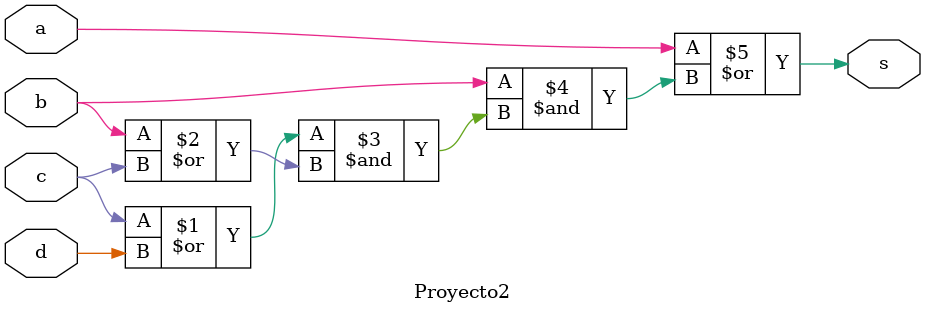
<source format=v>
module Proyecto2
(
	input a,b,c,d,
	output s
);

assign s = a | (b & ((c | d) & (b | c)));

endmodule
</source>
